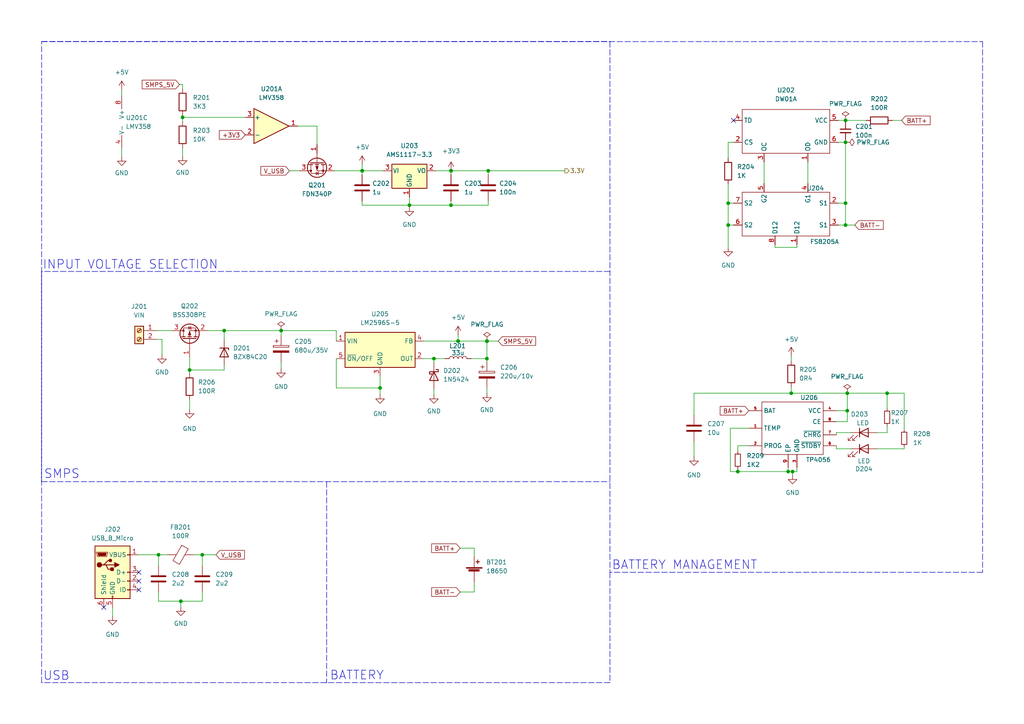
<source format=kicad_sch>
(kicad_sch (version 20211123) (generator eeschema)
  (paper "A4")
  (lib_symbols
    (symbol "Amplifier_Operational:LMV358" (pin_names (offset 0.127))
      (property "Reference" "U" (at 0 5.08 0))
      (property "Value" "LMV358" (at 0 -5.08 0))
      (symbol "LMV358_1_1"
        (polyline (pts (xy -5.08 5.08) (xy 5.08 0) (xy -5.08 -5.08) (xy -5.08 5.08)) (stroke (width 0.254)) (fill (type background)))
        (pin output line (at 7.62 0 180) (length 2.54) (name "~") (number "1"))
        (pin input line (at -7.62 -2.54 0) (length 2.54) (name "-") (number "2"))
        (pin input line (at -7.62 2.54 0) (length 2.54) (name "+") (number "3"))
      )
      (symbol "LMV358_2_1"
        (polyline (pts (xy -5.08 5.08) (xy 5.08 0) (xy -5.08 -5.08) (xy -5.08 5.08)) (stroke (width 0.254)) (fill (type background)))
        (pin input line (at -7.62 2.54 0) (length 2.54) (name "+") (number "5"))
        (pin input line (at -7.62 -2.54 0) (length 2.54) (name "-") (number "6"))
        (pin output line (at 7.62 0 180) (length 2.54) (name "~") (number "7"))
      )
      (symbol "LMV358_3_1"
        (pin power_in line (at -2.54 -7.62 90) (length 3.81) (name "V-") (number "4"))
        (pin power_in line (at -2.54 7.62 270) (length 3.81) (name "V+") (number "8"))
      )
    )
    (symbol "Connector:Screw_Terminal_01x02" (pin_names (offset 1.016) hide)
      (property "Reference" "J" (at 0 2.54 0))
      (property "Value" "Screw_Terminal_01x02" (at 0 -5.08 0))
      (symbol "Screw_Terminal_01x02_1_1"
        (rectangle (start -1.27 1.27) (end 1.27 -3.81) (stroke (width 0.254)) (fill (type background)))
        (circle (center 0 -2.54) (radius 0.635) (stroke (width 0.1524)))
        (polyline (pts (xy -0.5334 -2.2098) (xy 0.3302 -3.048)) (stroke (width 0.1524)))
        (polyline (pts (xy -0.5334 0.3302) (xy 0.3302 -0.508)) (stroke (width 0.1524)))
        (polyline (pts (xy -0.3556 -2.032) (xy 0.508 -2.8702)) (stroke (width 0.1524)))
        (polyline (pts (xy -0.3556 0.508) (xy 0.508 -0.3302)) (stroke (width 0.1524)))
        (circle (center 0 0) (radius 0.635) (stroke (width 0.1524)))
        (pin passive line (at -5.08 0 0) (length 3.81) (name "Pin_1") (number "1"))
        (pin passive line (at -5.08 -2.54 0) (length 3.81) (name "Pin_2") (number "2"))
      )
    )
    (symbol "Connector:USB_B_Micro" (pin_names (offset 1.016))
      (property "Reference" "J" (at -5.08 11.43 0))
      (property "Value" "USB_B_Micro" (at -5.08 8.89 0))
      (symbol "USB_B_Micro_0_1"
        (rectangle (start -5.08 -7.62) (end 5.08 7.62) (stroke (width 0.254)) (fill (type background)))
        (circle (center -3.81 2.159) (radius 0.635) (stroke (width 0.254)) (fill (type outline)))
        (circle (center -0.635 3.429) (radius 0.381) (stroke (width 0.254)) (fill (type outline)))
        (rectangle (start -0.127 -7.62) (end 0.127 -6.858))
        (polyline (pts (xy -1.905 2.159) (xy 0.635 2.159)) (stroke (width 0.254)))
        (polyline (pts (xy -3.175 2.159) (xy -2.54 2.159) (xy -1.27 3.429) (xy -0.635 3.429)) (stroke (width 0.254)))
        (polyline (pts (xy -2.54 2.159) (xy -1.905 2.159) (xy -1.27 0.889) (xy 0 0.889)) (stroke (width 0.254)))
        (polyline (pts (xy 0.635 2.794) (xy 0.635 1.524) (xy 1.905 2.159) (xy 0.635 2.794)) (stroke (width 0.254)) (fill (type outline)))
        (polyline (pts (xy -4.318 5.588) (xy -1.778 5.588) (xy -2.032 4.826) (xy -4.064 4.826) (xy -4.318 5.588)) (fill (type outline)))
        (polyline (pts (xy -4.699 5.842) (xy -4.699 5.588) (xy -4.445 4.826) (xy -4.445 4.572) (xy -1.651 4.572) (xy -1.651 4.826) (xy -1.397 5.588) (xy -1.397 5.842) (xy -4.699 5.842)))
        (rectangle (start 0.254 1.27) (end -0.508 0.508) (stroke (width 0.254)) (fill (type outline)))
        (rectangle (start 5.08 -5.207) (end 4.318 -4.953))
        (rectangle (start 5.08 -2.667) (end 4.318 -2.413))
        (rectangle (start 5.08 -0.127) (end 4.318 0.127))
        (rectangle (start 5.08 4.953) (end 4.318 5.207))
      )
      (symbol "USB_B_Micro_1_1"
        (pin power_out line (at 7.62 5.08 180) (length 2.54) (name "VBUS") (number "1"))
        (pin bidirectional line (at 7.62 -2.54 180) (length 2.54) (name "D-") (number "2"))
        (pin bidirectional line (at 7.62 0 180) (length 2.54) (name "D+") (number "3"))
        (pin passive line (at 7.62 -5.08 180) (length 2.54) (name "ID") (number "4"))
        (pin power_out line (at 0 -10.16 90) (length 2.54) (name "GND") (number "5"))
        (pin passive line (at -2.54 -10.16 90) (length 2.54) (name "Shield") (number "6"))
      )
    )
    (symbol "Device:Battery_Cell" (pin_numbers hide) (pin_names (offset 0) hide)
      (property "Reference" "BT" (at 2.54 2.54 0))
      (property "Value" "Battery_Cell" (at 2.54 0 0))
      (symbol "Battery_Cell_0_1"
        (rectangle (start -2.286 1.778) (end 2.286 1.524) (fill (type outline)))
        (rectangle (start -1.5748 1.1938) (end 1.4732 0.6858) (fill (type outline)))
        (polyline (pts (xy 0 0.762) (xy 0 0)))
        (polyline (pts (xy 0 1.778) (xy 0 2.54)))
        (polyline (pts (xy 0.508 3.429) (xy 1.524 3.429)) (stroke (width 0.254)))
        (polyline (pts (xy 1.016 3.937) (xy 1.016 2.921)) (stroke (width 0.254)))
      )
      (symbol "Battery_Cell_1_1"
        (pin passive line (at 0 5.08 270) (length 2.54) (name "+") (number "1"))
        (pin passive line (at 0 -2.54 90) (length 2.54) (name "-") (number "2"))
      )
    )
    (symbol "Device:C" (pin_numbers hide) (pin_names (offset 0.254))
      (property "Reference" "C" (at 0.635 2.54 0))
      (property "Value" "C" (at 0.635 -2.54 0))
      (symbol "C_0_1"
        (polyline (pts (xy -2.032 -0.762) (xy 2.032 -0.762)) (stroke (width 0.508)))
        (polyline (pts (xy -2.032 0.762) (xy 2.032 0.762)) (stroke (width 0.508)))
      )
      (symbol "C_1_1"
        (pin passive line (at 0 3.81 270) (length 2.794) (name "~") (number "1"))
        (pin passive line (at 0 -3.81 90) (length 2.794) (name "~") (number "2"))
      )
    )
    (symbol "Device:C_Polarized" (pin_numbers hide) (pin_names (offset 0.254))
      (property "Reference" "C" (at 0.635 2.54 0))
      (property "Value" "C_Polarized" (at 0.635 -2.54 0))
      (symbol "C_Polarized_0_1"
        (rectangle (start -2.286 0.508) (end 2.286 1.016))
        (polyline (pts (xy -1.778 2.286) (xy -0.762 2.286)))
        (polyline (pts (xy -1.27 2.794) (xy -1.27 1.778)))
        (rectangle (start 2.286 -0.508) (end -2.286 -1.016) (fill (type outline)))
      )
      (symbol "C_Polarized_1_1"
        (pin passive line (at 0 3.81 270) (length 2.794) (name "~") (number "1"))
        (pin passive line (at 0 -3.81 90) (length 2.794) (name "~") (number "2"))
      )
    )
    (symbol "Device:C_Small" (pin_numbers hide) (pin_names (offset 0.254) hide)
      (property "Reference" "C" (at 0.254 1.778 0))
      (property "Value" "C_Small" (at 0.254 -2.032 0))
      (symbol "C_Small_0_1"
        (polyline (pts (xy -1.524 -0.508) (xy 1.524 -0.508)) (stroke (width 0.3302)))
        (polyline (pts (xy -1.524 0.508) (xy 1.524 0.508)) (stroke (width 0.3048)))
      )
      (symbol "C_Small_1_1"
        (pin passive line (at 0 2.54 270) (length 2.032) (name "~") (number "1"))
        (pin passive line (at 0 -2.54 90) (length 2.032) (name "~") (number "2"))
      )
    )
    (symbol "Device:D_Schottky" (pin_numbers hide) (pin_names (offset 1.016) hide)
      (property "Reference" "D" (at 0 2.54 0))
      (property "Value" "D_Schottky" (at 0 -2.54 0))
      (symbol "D_Schottky_0_1"
        (polyline (pts (xy 1.27 0) (xy -1.27 0)))
        (polyline (pts (xy 1.27 1.27) (xy 1.27 -1.27) (xy -1.27 0) (xy 1.27 1.27)) (stroke (width 0.254)))
        (polyline (pts (xy -1.905 0.635) (xy -1.905 1.27) (xy -1.27 1.27) (xy -1.27 -1.27) (xy -0.635 -1.27) (xy -0.635 -0.635)) (stroke (width 0.254)))
      )
      (symbol "D_Schottky_1_1"
        (pin passive line (at -3.81 0 0) (length 2.54) (name "K") (number "1"))
        (pin passive line (at 3.81 0 180) (length 2.54) (name "A") (number "2"))
      )
    )
    (symbol "Device:FerriteBead" (pin_numbers hide) (pin_names (offset 0))
      (property "Reference" "FB" (at -3.81 0.635 90))
      (property "Value" "FerriteBead" (at 3.81 0 90))
      (symbol "FerriteBead_0_1"
        (polyline (pts (xy 0 -1.27) (xy 0 -1.2192)))
        (polyline (pts (xy 0 1.27) (xy 0 1.2954)))
        (polyline (pts (xy -2.7686 0.4064) (xy -1.7018 2.2606) (xy 2.7686 -0.3048) (xy 1.6764 -2.159) (xy -2.7686 0.4064)))
      )
      (symbol "FerriteBead_1_1"
        (pin passive line (at 0 3.81 270) (length 2.54) (name "~") (number "1"))
        (pin passive line (at 0 -3.81 90) (length 2.54) (name "~") (number "2"))
      )
    )
    (symbol "Device:L" (pin_numbers hide) (pin_names (offset 1.016) hide)
      (property "Reference" "L" (at -1.27 0 90))
      (property "Value" "L" (at 1.905 0 90))
      (symbol "L_0_1"
        (arc (start 0 -2.54) (mid 0.635 -1.905) (end 0 -1.27))
        (arc (start 0 -1.27) (mid 0.635 -0.635) (end 0 0))
        (arc (start 0 0) (mid 0.635 0.635) (end 0 1.27))
        (arc (start 0 1.27) (mid 0.635 1.905) (end 0 2.54))
      )
      (symbol "L_1_1"
        (pin passive line (at 0 3.81 270) (length 1.27) (name "1") (number "1"))
        (pin passive line (at 0 -3.81 90) (length 1.27) (name "2") (number "2"))
      )
    )
    (symbol "Device:LED" (pin_numbers hide) (pin_names (offset 1.016) hide)
      (property "Reference" "D" (at 0 2.54 0))
      (property "Value" "LED" (at 0 -2.54 0))
      (symbol "LED_0_1"
        (polyline (pts (xy -1.27 -1.27) (xy -1.27 1.27)) (stroke (width 0.254)))
        (polyline (pts (xy -1.27 0) (xy 1.27 0)))
        (polyline (pts (xy 1.27 -1.27) (xy 1.27 1.27) (xy -1.27 0) (xy 1.27 -1.27)) (stroke (width 0.254)))
        (polyline (pts (xy -3.048 -0.762) (xy -4.572 -2.286) (xy -3.81 -2.286) (xy -4.572 -2.286) (xy -4.572 -1.524)))
        (polyline (pts (xy -1.778 -0.762) (xy -3.302 -2.286) (xy -2.54 -2.286) (xy -3.302 -2.286) (xy -3.302 -1.524)))
      )
      (symbol "LED_1_1"
        (pin passive line (at -3.81 0 0) (length 2.54) (name "K") (number "1"))
        (pin passive line (at 3.81 0 180) (length 2.54) (name "A") (number "2"))
      )
    )
    (symbol "Device:Q_PMOS_GSD" (pin_names (offset 0) hide)
      (property "Reference" "Q" (at 5.08 1.27 0))
      (property "Value" "Q_PMOS_GSD" (at 5.08 -1.27 0))
      (symbol "Q_PMOS_GSD_0_1"
        (polyline (pts (xy 0.254 0) (xy -2.54 0)))
        (polyline (pts (xy 0.254 1.905) (xy 0.254 -1.905)) (stroke (width 0.254)))
        (polyline (pts (xy 0.762 -1.27) (xy 0.762 -2.286)) (stroke (width 0.254)))
        (polyline (pts (xy 0.762 0.508) (xy 0.762 -0.508)) (stroke (width 0.254)))
        (polyline (pts (xy 0.762 2.286) (xy 0.762 1.27)) (stroke (width 0.254)))
        (polyline (pts (xy 2.54 2.54) (xy 2.54 1.778)))
        (polyline (pts (xy 2.54 -2.54) (xy 2.54 0) (xy 0.762 0)))
        (polyline (pts (xy 0.762 1.778) (xy 3.302 1.778) (xy 3.302 -1.778) (xy 0.762 -1.778)))
        (polyline (pts (xy 2.286 0) (xy 1.27 0.381) (xy 1.27 -0.381) (xy 2.286 0)) (fill (type outline)))
        (polyline (pts (xy 2.794 -0.508) (xy 2.921 -0.381) (xy 3.683 -0.381) (xy 3.81 -0.254)))
        (polyline (pts (xy 3.302 -0.381) (xy 2.921 0.254) (xy 3.683 0.254) (xy 3.302 -0.381)))
        (circle (center 1.651 0) (radius 2.794) (stroke (width 0.254)))
        (circle (center 2.54 -1.778) (radius 0.254) (fill (type outline)))
        (circle (center 2.54 1.778) (radius 0.254) (fill (type outline)))
      )
      (symbol "Q_PMOS_GSD_1_1"
        (pin input line (at -5.08 0 0) (length 2.54) (name "G") (number "1"))
        (pin passive line (at 2.54 -5.08 90) (length 2.54) (name "S") (number "2"))
        (pin passive line (at 2.54 5.08 270) (length 2.54) (name "D") (number "3"))
      )
    )
    (symbol "Device:R" (pin_numbers hide) (pin_names (offset 0))
      (property "Reference" "R" (at 2.032 0 90))
      (property "Value" "R" (at 0 0 90))
      (symbol "R_0_1"
        (rectangle (start -1.016 -2.54) (end 1.016 2.54) (stroke (width 0.254)))
      )
      (symbol "R_1_1"
        (pin passive line (at 0 3.81 270) (length 1.27) (name "~") (number "1"))
        (pin passive line (at 0 -3.81 90) (length 1.27) (name "~") (number "2"))
      )
    )
    (symbol "Device:R_Small" (pin_numbers hide) (pin_names (offset 0.254) hide)
      (property "Reference" "R" (at 0.762 0.508 0))
      (property "Value" "R_Small" (at 0.762 -1.016 0))
      (symbol "R_Small_0_1"
        (rectangle (start -0.762 1.778) (end 0.762 -1.778) (stroke (width 0.2032)))
      )
      (symbol "R_Small_1_1"
        (pin passive line (at 0 2.54 270) (length 0.762) (name "~") (number "1"))
        (pin passive line (at 0 -2.54 90) (length 0.762) (name "~") (number "2"))
      )
    )
    (symbol "Diode:BZX84Cxx" (pin_numbers hide) (pin_names hide)
      (property "Reference" "D" (at 0 3.81 0))
      (property "Value" "BZX84Cxx" (at 0 -3.81 0))
      (symbol "BZX84Cxx_0_1"
        (polyline (pts (xy 1.27 0) (xy -1.27 0)))
        (polyline (pts (xy -1.27 -1.27) (xy -1.27 1.27) (xy -0.762 1.27)) (stroke (width 0.254)))
        (polyline (pts (xy 1.27 -1.27) (xy 1.27 1.27) (xy -1.27 0) (xy 1.27 -1.27)) (stroke (width 0.254)))
      )
      (symbol "BZX84Cxx_1_1"
        (pin passive line (at 3.81 0 180) (length 2.54) (name "A") (number "1"))
        (pin no_connect line (at 1.27 0 180) (length 2.54) hide (name "NC") (number "2"))
        (pin passive line (at -3.81 0 0) (length 2.54) (name "K") (number "3"))
      )
    )
    (symbol "Regulator_Linear:AMS1117-3.3" (pin_names (offset 0.254))
      (property "Reference" "U" (at -3.81 3.175 0))
      (property "Value" "AMS1117-3.3" (at 0 3.175 0))
      (symbol "AMS1117-3.3_0_1"
        (rectangle (start -5.08 -5.08) (end 5.08 1.905) (stroke (width 0.254)) (fill (type background)))
      )
      (symbol "AMS1117-3.3_1_1"
        (pin power_in line (at 0 -7.62 90) (length 2.54) (name "GND") (number "1"))
        (pin power_out line (at 7.62 0 180) (length 2.54) (name "VO") (number "2"))
        (pin power_in line (at -7.62 0 0) (length 2.54) (name "VI") (number "3"))
      )
    )
    (symbol "Regulator_Switching:LM2596S-5"
      (property "Reference" "U" (at -10.16 6.35 0))
      (property "Value" "LM2596S-5" (at 0 6.35 0))
      (symbol "LM2596S-5_0_1"
        (rectangle (start -10.16 5.08) (end 10.16 -5.08) (stroke (width 0.254)) (fill (type background)))
      )
      (symbol "LM2596S-5_1_1"
        (pin power_in line (at -12.7 2.54 0) (length 2.54) (name "VIN") (number "1"))
        (pin output line (at 12.7 -2.54 180) (length 2.54) (name "OUT") (number "2"))
        (pin power_in line (at 0 -7.62 90) (length 2.54) (name "GND") (number "3"))
        (pin input line (at 12.7 2.54 180) (length 2.54) (name "FB") (number "4"))
        (pin input line (at -12.7 -2.54 0) (length 2.54) (name "~{ON}/OFF") (number "5"))
      )
    )
    (symbol "TP4056:DW01A"
      (property "Reference" "U" (at 10.16 7.62 0))
      (property "Value" "DW01A" (at 12.7 -7.62 0))
      (symbol "DW01A_0_1"
        (rectangle (start -12.7 6.35) (end 12.7 -6.35))
      )
      (symbol "DW01A_1_1"
        (pin output line (at -6.35 -8.89 90) (length 2.54) (name "OD") (number "1"))
        (pin input line (at 15.24 -3.175 180) (length 2.54) (name "CS") (number "2"))
        (pin output line (at 6.35 -8.89 90) (length 2.54) (name "OC") (number "3"))
        (pin input line (at 15.24 3.175 180) (length 2.54) (name "TD") (number "4"))
        (pin power_in line (at -15.24 3.175 0) (length 2.54) (name "VCC") (number "5"))
        (pin power_in line (at -15.24 -3.175 0) (length 2.54) (name "GND") (number "6"))
      )
    )
    (symbol "TP4056:FS8205A"
      (property "Reference" "U" (at 10.16 7.62 0))
      (property "Value" "FS8205A" (at 11.43 -7.62 0))
      (symbol "FS8205A_0_1"
        (rectangle (start -12.7 6.35) (end 12.7 -6.35))
      )
      (symbol "FS8205A_1_1"
        (pin bidirectional line (at -3.175 -8.89 90) (length 2.54) (name "D12") (number "1"))
        (pin input line (at -15.24 3.175 0) (length 2.54) (name "S1") (number "2"))
        (pin input line (at -15.24 -3.175 0) (length 2.54) (name "S1") (number "3"))
        (pin input line (at -6.35 8.89 270) (length 2.54) (name "G1") (number "4"))
        (pin input line (at 6.35 8.89 270) (length 2.54) (name "G2") (number "5"))
        (pin input line (at 15.24 -3.175 180) (length 2.54) (name "S2") (number "6"))
        (pin input line (at 15.24 3.175 180) (length 2.54) (name "S2") (number "7"))
        (pin bidirectional line (at 3.175 -8.89 90) (length 2.54) (name "D12") (number "8"))
      )
    )
    (symbol "TP4056:TP4056"
      (property "Reference" "U" (at 5.715 8.89 0))
      (property "Value" "TP4056" (at 5.08 -8.89 0))
      (symbol "TP4056_0_1"
        (rectangle (start -8.89 7.62) (end 8.89 -7.62))
      )
      (symbol "TP4056_1_1"
        (pin passive line (at 12.7 0 180) (length 3.81) (name "TEMP") (number "1"))
        (pin passive line (at 12.7 -5.08 180) (length 3.81) (name "PROG") (number "2"))
        (pin power_in line (at -1.27 -11.43 90) (length 3.81) (name "GND") (number "3"))
        (pin power_in line (at -12.7 5.08 0) (length 3.81) (name "VCC") (number "4"))
        (pin power_out line (at 12.7 5.08 180) (length 3.81) (name "BAT") (number "5"))
        (pin open_collector line (at -12.7 -5.08 0) (length 3.81) (name "~{STDBY}") (number "6"))
        (pin open_collector line (at -12.7 -1.905 0) (length 3.81) (name "~{CHRG}") (number "7"))
        (pin input line (at -12.7 1.905 0) (length 3.81) (name "CE") (number "8"))
        (pin power_in line (at 1.27 -11.43 90) (length 3.81) (name "EP") (number "9"))
      )
    )
    (symbol "Transistor_FET:FDN340P" (pin_names hide)
      (property "Reference" "Q" (at 5.08 1.905 0))
      (property "Value" "FDN340P" (at 5.08 0 0))
      (symbol "FDN340P_0_1"
        (polyline (pts (xy 0.254 0) (xy -2.54 0)))
        (polyline (pts (xy 0.254 1.905) (xy 0.254 -1.905)) (stroke (width 0.254)))
        (polyline (pts (xy 0.762 -1.27) (xy 0.762 -2.286)) (stroke (width 0.254)))
        (polyline (pts (xy 0.762 0.508) (xy 0.762 -0.508)) (stroke (width 0.254)))
        (polyline (pts (xy 0.762 2.286) (xy 0.762 1.27)) (stroke (width 0.254)))
        (polyline (pts (xy 2.54 2.54) (xy 2.54 1.778)))
        (polyline (pts (xy 2.54 -2.54) (xy 2.54 0) (xy 0.762 0)))
        (polyline (pts (xy 0.762 1.778) (xy 3.302 1.778) (xy 3.302 -1.778) (xy 0.762 -1.778)))
        (polyline (pts (xy 2.286 0) (xy 1.27 0.381) (xy 1.27 -0.381) (xy 2.286 0)) (fill (type outline)))
        (polyline (pts (xy 2.794 -0.508) (xy 2.921 -0.381) (xy 3.683 -0.381) (xy 3.81 -0.254)))
        (polyline (pts (xy 3.302 -0.381) (xy 2.921 0.254) (xy 3.683 0.254) (xy 3.302 -0.381)))
        (circle (center 1.651 0) (radius 2.794) (stroke (width 0.254)))
        (circle (center 2.54 -1.778) (radius 0.254) (fill (type outline)))
        (circle (center 2.54 1.778) (radius 0.254) (fill (type outline)))
      )
      (symbol "FDN340P_1_1"
        (pin input line (at -5.08 0 0) (length 2.54) (name "G") (number "1"))
        (pin passive line (at 2.54 -5.08 90) (length 2.54) (name "S") (number "2"))
        (pin passive line (at 2.54 5.08 270) (length 2.54) (name "D") (number "3"))
      )
    )
    (symbol "power:+3V3" (power) (pin_names (offset 0))
      (property "Value" "+3V3" (at 0 3.556 0))
      (symbol "+3V3_0_1"
        (polyline (pts (xy -0.762 1.27) (xy 0 2.54)))
        (polyline (pts (xy 0 0) (xy 0 2.54)))
        (polyline (pts (xy 0 2.54) (xy 0.762 1.27)))
      )
      (symbol "+3V3_1_1"
        (pin power_in line (at 0 0 90) (length 0) hide (name "+3V3") (number "1"))
      )
    )
    (symbol "power:+5V" (power) (pin_names (offset 0))
      (property "Value" "+5V" (at 0 3.556 0))
      (symbol "+5V_0_1"
        (polyline (pts (xy -0.762 1.27) (xy 0 2.54)))
        (polyline (pts (xy 0 0) (xy 0 2.54)))
        (polyline (pts (xy 0 2.54) (xy 0.762 1.27)))
      )
      (symbol "+5V_1_1"
        (pin power_in line (at 0 0 90) (length 0) hide (name "+5V") (number "1"))
      )
    )
    (symbol "power:GND" (power) (pin_names (offset 0))
      (property "Value" "GND" (at 0 -3.81 0))
      (symbol "GND_0_1"
        (polyline (pts (xy 0 0) (xy 0 -1.27) (xy 1.27 -1.27) (xy 0 -2.54) (xy -1.27 -1.27) (xy 0 -1.27)))
      )
      (symbol "GND_1_1"
        (pin power_in line (at 0 0 270) (length 0) hide (name "GND") (number "1"))
      )
    )
    (symbol "power:PWR_FLAG" (power) (pin_numbers hide) (pin_names (offset 0) hide)
      (property "Value" "PWR_FLAG" (at 0 3.81 0))
      (symbol "PWR_FLAG_0_0"
        (pin power_out line (at 0 0 90) (length 0) (name "pwr") (number "1"))
      )
      (symbol "PWR_FLAG_0_1"
        (polyline (pts (xy 0 0) (xy 0 1.27) (xy -1.016 1.905) (xy 0 2.54) (xy 1.016 1.905) (xy 0 1.27)))
      )
    )
  )
  (junction (at 141.605 49.53))
  (junction (at 54.991 107.315))
  (junction (at 110.236 112.522))
  (junction (at 245.237 34.925))
  (junction (at 125.857 104.013))
  (junction (at 52.959 34.036))
  (junction (at 105.029 49.53))
  (junction (at 141.224 98.933))
  (junction (at 245.237 65.278))
  (junction (at 257.302 114.046))
  (junction (at 45.974 160.909))
  (junction (at 229.489 114.046))
  (junction (at 245.237 58.928))
  (junction (at 130.81 59.5136))
  (junction (at 229.87 136.779))
  (junction (at 245.745 114.046))
  (junction (at 132.8557 98.933))
  (junction (at 132.8703 98.933))
  (junction (at 81.534 95.885))
  (junction (at 211.201 65.278))
  (junction (at 213.995 136.779))
  (junction (at 211.201 58.928))
  (junction (at 245.237 41.275))
  (junction (at 118.745 59.5136))
  (junction (at 65.024 95.885))
  (junction (at 130.8295 49.53))
  (junction (at 58.674 160.909))
  (junction (at 228.6 136.779))
  (junction (at 130.81 49.53))
  (junction (at 52.451 174.371))
  (junction (at 141.2514 98.933))
  (junction (at 105.0436 49.53))
  (junction (at 245.745 119.126))
  (junction (at 141.224 104.013))
  (no_connect (at 212.725 34.925))
  (no_connect (at 40.259 171.069))
  (no_connect (at 30.099 176.149))
  (no_connect (at 40.259 168.529))
  (no_connect (at 40.259 165.989))
  (wire (pts (xy 211.201 41.275) (xy 211.201 45.847)))
  (wire (pts (xy 118.745 59.5136) (xy 118.745 60.071)))
  (wire (pts (xy 125.857 112.903) (xy 125.857 114.427)))
  (wire (pts (xy 242.57 125.476) (xy 246.761 125.476)))
  (wire (pts (xy 45.974 174.371) (xy 45.974 171.704)))
  (wire (pts (xy 262.255 114.046) (xy 257.302 114.046)))
  (wire (pts (xy 231.14 71.755) (xy 231.14 70.993)))
  (wire (pts (xy 141.224 98.933) (xy 141.224 104.013)))
  (wire (pts (xy 58.674 160.909) (xy 62.611 160.909)))
  (wire (pts (xy 245.237 40.513) (xy 245.237 41.275)))
  (wire (pts (xy 91.948 36.576) (xy 91.948 41.91)))
  (wire (pts (xy 58.674 171.704) (xy 58.674 174.371)))
  (wire (pts (xy 245.745 114.046) (xy 257.302 114.046)))
  (wire (pts (xy 56.134 160.909) (xy 58.674 160.909)))
  (wire (pts (xy 231.14 136.779) (xy 229.87 136.779)))
  (wire (pts (xy 201.295 120.396) (xy 201.295 114.046)))
  (wire (pts (xy 137.541 159.004) (xy 137.541 161.29)))
  (wire (pts (xy 58.674 174.371) (xy 52.451 174.371)))
  (wire (pts (xy 234.315 46.99) (xy 234.315 53.213)))
  (wire (pts (xy 52.959 24.511) (xy 52.959 25.781)))
  (wire (pts (xy 60.071 95.885) (xy 65.024 95.885)))
  (polyline (pts (xy 94.742 139.7) (xy 94.742 197.993)))
  (polyline (pts (xy 176.911 78.74) (xy 12.065 78.74)))
  (wire (pts (xy 141.224 112.522) (xy 141.224 114.046)))
  (polyline (pts (xy 94.742 197.993) (xy 94.488 197.993)))
  (wire (pts (xy 48.514 160.909) (xy 45.974 160.909)))
  (wire (pts (xy 231.14 135.636) (xy 231.14 136.779)))
  (wire (pts (xy 254.381 130.175) (xy 262.255 130.175)))
  (wire (pts (xy 97.536 112.522) (xy 110.236 112.522)))
  (polyline (pts (xy 176.911 165.989) (xy 176.911 197.993)))
  (wire (pts (xy 257.302 114.046) (xy 257.302 118.491)))
  (polyline (pts (xy 284.988 12.065) (xy 284.988 165.989)))
  (wire (pts (xy 211.201 53.467) (xy 211.201 58.928)))
  (wire (pts (xy 125.857 105.283) (xy 125.857 104.013)))
  (polyline (pts (xy 12.065 12.065) (xy 284.988 12.065)))
  (wire (pts (xy 52.959 42.926) (xy 52.959 45.339)))
  (wire (pts (xy 141.605 49.53) (xy 163.83 49.53)))
  (wire (pts (xy 65.024 107.315) (xy 54.991 107.315)))
  (wire (pts (xy 58.674 160.909) (xy 58.674 164.084)))
  (wire (pts (xy 130.81 58.293) (xy 130.81 59.5136)))
  (wire (pts (xy 141.2514 98.933) (xy 144.526 98.933)))
  (wire (pts (xy 141.224 104.902) (xy 141.224 104.013)))
  (wire (pts (xy 212.725 65.278) (xy 211.201 65.278)))
  (wire (pts (xy 65.024 95.885) (xy 65.024 98.425)))
  (wire (pts (xy 130.81 49.53) (xy 130.8295 49.53)))
  (wire (pts (xy 45.974 160.909) (xy 45.974 164.084)))
  (wire (pts (xy 32.639 176.149) (xy 32.639 178.689)))
  (wire (pts (xy 54.991 107.315) (xy 54.991 108.331)))
  (wire (pts (xy 133.477 159.004) (xy 137.541 159.004)))
  (wire (pts (xy 126.365 49.53) (xy 130.81 49.53)))
  (wire (pts (xy 105.0436 47.752) (xy 105.0436 49.53)))
  (wire (pts (xy 81.534 95.885) (xy 81.534 97.409)))
  (wire (pts (xy 130.81 59.5136) (xy 118.745 59.5136)))
  (wire (pts (xy 105.0436 49.53) (xy 111.125 49.53)))
  (wire (pts (xy 254.381 125.476) (xy 257.302 125.476)))
  (wire (pts (xy 229.489 112.268) (xy 229.489 114.046)))
  (wire (pts (xy 201.295 114.046) (xy 229.489 114.046)))
  (wire (pts (xy 229.489 114.046) (xy 245.745 114.046)))
  (polyline (pts (xy 176.911 197.993) (xy 12.065 197.993)))
  (wire (pts (xy 141.605 49.53) (xy 141.605 50.673)))
  (wire (pts (xy 245.237 34.925) (xy 245.237 35.433)))
  (wire (pts (xy 213.995 136.779) (xy 228.6 136.779)))
  (wire (pts (xy 65.024 107.315) (xy 65.024 106.045)))
  (wire (pts (xy 35.306 26.035) (xy 35.306 27.813)))
  (wire (pts (xy 201.295 128.016) (xy 201.295 132.461)))
  (wire (pts (xy 245.237 65.278) (xy 247.904 65.278)))
  (wire (pts (xy 110.236 112.522) (xy 110.236 114.427)))
  (polyline (pts (xy 284.988 165.989) (xy 176.911 165.989)))
  (wire (pts (xy 125.857 104.013) (xy 129.032 104.013)))
  (wire (pts (xy 243.205 58.928) (xy 245.237 58.928)))
  (wire (pts (xy 83.947 49.53) (xy 86.868 49.53)))
  (wire (pts (xy 245.237 65.278) (xy 243.205 65.278)))
  (wire (pts (xy 71.12 34.036) (xy 52.959 34.036)))
  (wire (pts (xy 81.534 106.934) (xy 81.534 105.029)))
  (wire (pts (xy 46.99 102.87) (xy 46.99 98.425)))
  (wire (pts (xy 97.536 104.013) (xy 97.536 112.522)))
  (wire (pts (xy 105.029 49.53) (xy 105.029 50.673)))
  (wire (pts (xy 141.224 104.013) (xy 136.652 104.013)))
  (wire (pts (xy 212.725 41.275) (xy 211.201 41.275)))
  (wire (pts (xy 65.024 95.885) (xy 81.534 95.885)))
  (wire (pts (xy 229.489 103.251) (xy 229.489 104.648)))
  (wire (pts (xy 122.936 98.933) (xy 132.8557 98.933)))
  (wire (pts (xy 52.07 24.511) (xy 52.959 24.511)))
  (wire (pts (xy 245.745 122.301) (xy 245.745 119.126)))
  (wire (pts (xy 245.745 114.046) (xy 245.745 119.126)))
  (wire (pts (xy 141.605 58.293) (xy 141.605 59.5136)))
  (wire (pts (xy 213.995 136.017) (xy 213.995 136.779)))
  (wire (pts (xy 45.466 95.885) (xy 49.911 95.885)))
  (wire (pts (xy 105.029 59.5136) (xy 118.745 59.5136)))
  (wire (pts (xy 217.17 129.286) (xy 213.995 129.286)))
  (wire (pts (xy 211.201 65.278) (xy 211.201 71.755)))
  (wire (pts (xy 141.605 59.5136) (xy 130.81 59.5136)))
  (wire (pts (xy 224.79 71.755) (xy 231.14 71.755)))
  (wire (pts (xy 52.959 33.401) (xy 52.959 34.036)))
  (wire (pts (xy 242.57 129.286) (xy 242.57 130.175)))
  (wire (pts (xy 133.477 171.704) (xy 137.541 171.704)))
  (wire (pts (xy 105.029 58.293) (xy 105.029 59.5136)))
  (wire (pts (xy 132.8557 98.933) (xy 132.8703 98.933)))
  (wire (pts (xy 132.8703 97.155) (xy 132.8703 98.933)))
  (wire (pts (xy 105.029 49.53) (xy 105.0436 49.53)))
  (wire (pts (xy 245.745 119.126) (xy 242.57 119.126)))
  (wire (pts (xy 118.745 57.15) (xy 118.745 59.5136)))
  (wire (pts (xy 257.302 125.476) (xy 257.302 123.571)))
  (wire (pts (xy 228.6 136.779) (xy 229.87 136.779)))
  (wire (pts (xy 97.028 49.53) (xy 105.029 49.53)))
  (wire (pts (xy 211.836 136.779) (xy 213.995 136.779)))
  (wire (pts (xy 243.205 41.275) (xy 245.237 41.275)))
  (wire (pts (xy 110.236 109.093) (xy 110.236 112.522)))
  (wire (pts (xy 242.57 126.111) (xy 242.57 125.476)))
  (wire (pts (xy 245.237 58.928) (xy 245.237 65.278)))
  (wire (pts (xy 245.237 34.925) (xy 251.206 34.925)))
  (wire (pts (xy 211.201 58.928) (xy 212.725 58.928)))
  (wire (pts (xy 258.826 34.925) (xy 261.493 34.925)))
  (wire (pts (xy 211.201 65.278) (xy 211.201 58.928)))
  (wire (pts (xy 217.17 124.206) (xy 211.836 124.206)))
  (wire (pts (xy 221.615 46.99) (xy 221.615 53.213)))
  (wire (pts (xy 245.237 41.275) (xy 245.237 58.928)))
  (wire (pts (xy 46.99 98.425) (xy 45.466 98.425)))
  (wire (pts (xy 242.57 122.301) (xy 245.745 122.301)))
  (wire (pts (xy 86.36 36.576) (xy 91.948 36.576)))
  (wire (pts (xy 52.451 176.022) (xy 52.451 174.371)))
  (wire (pts (xy 54.991 115.951) (xy 54.991 118.745)))
  (wire (pts (xy 132.8703 98.933) (xy 141.224 98.933)))
  (wire (pts (xy 262.255 130.175) (xy 262.255 129.667)))
  (wire (pts (xy 54.991 103.505) (xy 54.991 107.315)))
  (wire (pts (xy 137.541 171.704) (xy 137.541 168.91)))
  (wire (pts (xy 97.536 98.933) (xy 97.536 95.885)))
  (wire (pts (xy 130.81 49.53) (xy 130.81 50.673)))
  (wire (pts (xy 40.259 160.909) (xy 45.974 160.909)))
  (wire (pts (xy 97.536 95.885) (xy 81.534 95.885)))
  (wire (pts (xy 228.6 135.636) (xy 228.6 136.779)))
  (wire (pts (xy 224.79 70.993) (xy 224.79 71.755)))
  (wire (pts (xy 213.995 129.286) (xy 213.995 130.937)))
  (polyline (pts (xy 12.065 12.065) (xy 176.911 12.065)))
  (polyline (pts (xy 12.065 78.74) (xy 12.065 139.7)))
  (polyline (pts (xy 12.065 197.993) (xy 12.065 12.065)))
  (wire (pts (xy 243.205 34.925) (xy 245.237 34.925)))
  (polyline (pts (xy 176.911 12.065) (xy 176.911 165.989)))
  (wire (pts (xy 35.306 43.053) (xy 35.306 45.466)))
  (polyline (pts (xy 12.065 139.7) (xy 176.911 139.7)))
  (wire (pts (xy 141.224 98.933) (xy 141.2514 98.933)))
  (wire (pts (xy 211.836 124.206) (xy 211.836 136.779)))
  (wire (pts (xy 262.255 124.587) (xy 262.255 114.046)))
  (wire (pts (xy 125.857 104.013) (xy 122.936 104.013)))
  (wire (pts (xy 229.87 136.779) (xy 229.87 137.795)))
  (wire (pts (xy 52.959 34.036) (xy 52.959 35.306)))
  (wire (pts (xy 130.8295 49.53) (xy 141.605 49.53)))
  (wire (pts (xy 242.57 130.175) (xy 246.761 130.175)))
  (wire (pts (xy 52.451 174.371) (xy 45.974 174.371)))
  (text "INPUT VOLTAGE SELECTION" (at 12.319 78.359 0) (effects (font (size 2.54 2.54)) (justify left bottom)))
  (text "BATTERY MANAGEMENT\n" (at 177.419 165.481 0) (effects (font (size 2.54 2.54)) (justify left bottom)))
  (text "USB" (at 12.446 197.612 0) (effects (font (size 2.54 2.54)) (justify left bottom)))
  (text "SMPS" (at 12.7 139.065 0) (effects (font (size 2.54 2.54)) (justify left bottom)))
  (text "BATTERY" (at 95.631 197.485 0) (effects (font (size 2.54 2.54)) (justify left bottom)))
  (global_label "SMPS_5V" (shape input) (at 52.07 24.511 180) (property "Intersheet References" "${INTERSHEET_REFS}" (effects hide)))
  (global_label "BATT+" (shape input) (at 217.17 119.126 180) (property "Intersheet References" "${INTERSHEET_REFS}" (effects hide)))
  (global_label "BATT+" (shape input) (at 133.477 159.004 180) (property "Intersheet References" "${INTERSHEET_REFS}" (effects hide)))
  (global_label "BATT+" (shape input) (at 261.493 34.925 0) (property "Intersheet References" "${INTERSHEET_REFS}" (effects hide)))
  (global_label "SMPS_5V" (shape input) (at 144.526 98.933 0) (property "Intersheet References" "${INTERSHEET_REFS}" (effects hide)))
  (global_label "V_USB" (shape input) (at 62.611 160.909 0) (property "Intersheet References" "${INTERSHEET_REFS}" (effects hide)))
  (global_label "BATT-" (shape input) (at 133.477 171.704 180) (property "Intersheet References" "${INTERSHEET_REFS}" (effects hide)))
  (global_label "+3V3" (shape input) (at 71.12 39.116 180) (property "Intersheet References" "${INTERSHEET_REFS}" (effects hide)))
  (global_label "BATT-" (shape input) (at 247.904 65.278 0) (property "Intersheet References" "${INTERSHEET_REFS}" (effects hide)))
  (global_label "V_USB" (shape input) (at 83.947 49.53 180) (property "Intersheet References" "${INTERSHEET_REFS}" (effects hide)))
  (hierarchical_label "3.3V" (shape output) (at 163.83 49.53 0))
  (symbol (lib_id "power:GND") (at 229.87 137.795 0) (unit 1)
    (property "Reference" "#PWR0217" (effects hide))
    (property "Value" "GND" (at 229.87 142.875 0))
  )
  (symbol (lib_id "Device:C") (at 201.295 124.206 0) (unit 1)
    (property "Reference" "C207" (at 205.105 122.9359 0) (effects (justify left)))
    (property "Value" "10u" (at 205.105 125.4759 0) (effects (justify left)))
    (property "Footprint" "Capacitor_SMD:C_0603_1608Metric" (effects hide))
  )
  (symbol (lib_id "power:GND") (at 118.745 60.071 0) (unit 1)
    (property "Reference" "#PWR0206" (effects hide))
    (property "Value" "GND" (at 118.745 65.151 0))
  )
  (symbol (lib_id "Device:R") (at 54.991 112.141 0) (unit 1)
    (property "Reference" "R206" (at 57.404 110.8709 0) (effects (justify left)))
    (property "Value" "100R" (at 57.404 113.4109 0) (effects (justify left)))
    (property "Footprint" "Resistor_SMD:R_0603_1608Metric" (effects hide))
  )
  (symbol (lib_id "Device:LED") (at 250.571 125.476 0) (unit 1)
    (property "Reference" "D203" (at 251.841 120.142 0) (effects (justify right)))
    (property "Value" "LED" (at 252.095 122.682 0) (effects (justify right)))
    (property "Footprint" "LED_SMD:LED_0603_1608Metric" (effects hide))
  )
  (symbol (lib_id "power:GND") (at 81.534 106.934 0) (unit 1)
    (property "Reference" "#PWR0211" (effects hide))
    (property "Value" "GND" (at 81.534 112.141 0))
  )
  (symbol (lib_id "Device:C") (at 45.974 167.894 0) (unit 1)
    (property "Reference" "C208" (at 49.784 166.6239 0) (effects (justify left)))
    (property "Value" "2u2" (at 49.784 169.1639 0) (effects (justify left)))
    (property "Footprint" "Capacitor_SMD:C_0603_1608Metric" (effects hide))
  )
  (symbol (lib_id "Amplifier_Operational:LMV358") (at 78.74 36.576 0) (unit 1)
    (property "Reference" "U201" (at 78.74 25.781 0))
    (property "Value" "LMV358" (at 78.74 28.321 0))
    (property "Footprint" "Package_TO_SOT_SMD:SOT-23" (effects hide))
    (property "Datasheet" "http://www.ti.com/lit/ds/symlink/lmv324.pdf" (effects hide))
  )
  (symbol (lib_id "Amplifier_Operational:LMV358") (at 37.846 35.433 0) (unit 3)
    (property "Reference" "U201" (at 36.449 34.1629 0) (effects (justify left)))
    (property "Value" "LMV358" (at 36.449 36.7029 0) (effects (justify left)))
    (property "Footprint" "Package_TO_SOT_SMD:SOT-23" (effects hide))
    (property "Datasheet" "http://www.ti.com/lit/ds/symlink/lmv324.pdf" (effects hide))
  )
  (symbol (lib_id "Device:D_Schottky") (at 125.857 109.093 270) (unit 1)
    (property "Reference" "D202" (at 128.524 107.5054 90) (effects (justify left)))
    (property "Value" "1N5424" (at 128.524 110.0454 90) (effects (justify left)))
    (property "Footprint" "Diode_SMD:D_0603_1608Metric" (effects hide))
  )
  (symbol (lib_id "Device:C") (at 141.605 54.483 0) (unit 1)
    (property "Reference" "C204" (at 144.78 53.2129 0) (effects (justify left)))
    (property "Value" "100n" (at 144.78 55.7529 0) (effects (justify left)))
    (property "Footprint" "Capacitor_SMD:C_0402_1005Metric" (effects hide))
  )
  (symbol (lib_id "power:GND") (at 54.991 118.745 0) (unit 1)
    (property "Reference" "#PWR0215" (effects hide))
    (property "Value" "GND" (at 54.991 124.333 0))
  )
  (symbol (lib_id "Device:FerriteBead") (at 52.324 160.909 270) (unit 1)
    (property "Reference" "FB201" (at 52.3748 152.908 90))
    (property "Value" "100R" (at 52.3748 155.448 90))
    (property "Footprint" "LED_SMD:LED_0603_1608Metric" (effects hide))
  )
  (symbol (lib_id "Device:C") (at 105.029 54.483 0) (unit 1)
    (property "Reference" "C202" (at 107.95 53.2129 0) (effects (justify left)))
    (property "Value" "1u" (at 107.95 55.7529 0) (effects (justify left)))
    (property "Footprint" "Capacitor_SMD:C_0603_1608Metric" (effects hide))
  )
  (symbol (lib_id "power:+5V") (at 35.306 26.035 0) (unit 1)
    (property "Reference" "#PWR0201" (effects hide))
    (property "Value" "+5V" (at 35.306 20.955 0))
  )
  (symbol (lib_id "power:GND") (at 32.639 178.689 0) (unit 1)
    (property "Reference" "#PWR0219" (effects hide))
    (property "Value" "GND" (at 32.639 184.023 0))
  )
  (symbol (lib_id "Device:L") (at 132.842 104.013 90) (unit 1)
    (property "Reference" "L201" (at 132.715 100.33 90))
    (property "Value" "33u" (at 132.842 102.362 90))
    (property "Footprint" "Inductor_SMD:L_0603_1608Metric" (effects hide))
  )
  (symbol (lib_id "Device:C_Small") (at 245.237 37.973 0) (unit 1)
    (property "Reference" "C201" (at 248.031 36.7092 0) (effects (justify left)))
    (property "Value" "100n" (at 248.031 39.2492 0) (effects (justify left)))
    (property "Footprint" "Capacitor_SMD:C_0402_1005Metric" (effects hide))
  )
  (symbol (lib_id "Device:R") (at 52.959 29.591 0) (unit 1)
    (property "Reference" "R201" (at 55.88 28.3209 0) (effects (justify left)))
    (property "Value" "3K3" (at 55.88 30.8609 0) (effects (justify left)))
    (property "Footprint" "Resistor_SMD:R_0603_1608Metric" (effects hide))
  )
  (symbol (lib_id "Device:Battery_Cell") (at 137.541 166.37 0) (unit 1)
    (property "Reference" "BT201" (at 140.97 163.0679 0) (effects (justify left)))
    (property "Value" "18650" (at 140.97 165.6079 0) (effects (justify left)))
    (property "Footprint" "Battery:BatteryHolder_MPD_BH-18650-PC2" (effects hide))
  )
  (symbol (lib_id "power:GND") (at 110.236 114.427 0) (unit 1)
    (property "Reference" "#PWR0213" (effects hide))
    (property "Value" "GND" (at 110.236 120.015 0))
  )
  (symbol (lib_id "power:PWR_FLAG") (at 245.745 114.046 0) (unit 1)
    (property "Reference" "#FLG0205" (effects hide))
    (property "Value" "PWR_FLAG" (at 245.745 109.22 0))
  )
  (symbol (lib_id "power:PWR_FLAG") (at 245.237 41.275 270) (unit 1)
    (property "Reference" "#FLG0202" (effects hide))
    (property "Value" "PWR_FLAG" (at 248.412 41.2749 90) (effects (justify left)))
  )
  (symbol (lib_id "Device:C_Polarized") (at 141.224 108.712 0) (unit 1)
    (property "Reference" "C206" (at 145.034 106.5529 0) (effects (justify left)))
    (property "Value" "220u/10v" (at 145.034 109.0929 0) (effects (justify left)))
    (property "Footprint" "Capacitor_SMD:C_0603_1608Metric" (effects hide))
  )
  (symbol (lib_id "power:GND") (at 201.295 132.461 0) (unit 1)
    (property "Reference" "#PWR0216" (effects hide))
    (property "Value" "GND" (at 201.295 137.795 0))
  )
  (symbol (lib_id "Diode:BZX84Cxx") (at 65.024 102.235 270) (unit 1)
    (property "Reference" "D201" (at 67.564 100.9649 90) (effects (justify left)))
    (property "Value" "BZX84C20" (at 67.564 103.5049 90) (effects (justify left)))
    (property "Footprint" "Package_TO_SOT_SMD:SOT-23" (effects hide))
    (property "Datasheet" "https://diotec.com/tl_files/diotec/files/pdf/datasheets/bzx84c2v4.pdf" (effects hide))
  )
  (symbol (lib_id "Device:C") (at 58.674 167.894 0) (unit 1)
    (property "Reference" "C209" (at 62.484 166.6239 0) (effects (justify left)))
    (property "Value" "2u2" (at 62.484 169.1639 0) (effects (justify left)))
    (property "Footprint" "Capacitor_SMD:C_0603_1608Metric" (effects hide))
  )
  (symbol (lib_id "TP4056:FS8205A") (at 227.965 62.103 0) (mirror y) (unit 1)
    (property "Reference" "U204" (at 236.474 54.61 0))
    (property "Value" "FS8205A" (at 239.141 70.104 0))
    (property "Footprint" "Package_SO:TSSOP-8_3x3mm_P0.65mm" (effects hide))
  )
  (symbol (lib_id "power:+5V") (at 132.8703 97.155 0) (unit 1)
    (property "Reference" "#PWR0208" (effects hide))
    (property "Value" "+5V" (at 132.8703 92.075 0))
  )
  (symbol (lib_id "power:GND") (at 125.857 114.427 0) (unit 1)
    (property "Reference" "#PWR0214" (effects hide))
    (property "Value" "GND" (at 125.857 119.253 0))
  )
  (symbol (lib_id "Connector:USB_B_Micro") (at 32.639 165.989 0) (unit 1)
    (property "Reference" "J202" (at 32.639 153.543 0))
    (property "Value" "USB_B_Micro" (at 32.639 156.083 0))
    (property "Footprint" "Connector_USB:USB_Micro-B_Molex_47346-0001" (effects hide))
  )
  (symbol (lib_id "power:PWR_FLAG") (at 141.2514 98.933 0) (unit 1)
    (property "Reference" "#FLG0204" (effects hide))
    (property "Value" "PWR_FLAG" (at 141.2514 94.107 0))
  )
  (symbol (lib_id "power:GND") (at 46.99 102.87 0) (unit 1)
    (property "Reference" "#PWR0209" (effects hide))
    (property "Value" "GND" (at 46.99 107.95 0))
  )
  (symbol (lib_id "Device:R") (at 52.959 39.116 0) (unit 1)
    (property "Reference" "R203" (at 55.88 37.8459 0) (effects (justify left)))
    (property "Value" "10K" (at 55.88 40.3859 0) (effects (justify left)))
    (property "Footprint" "Resistor_SMD:R_0603_1608Metric" (effects hide))
  )
  (symbol (lib_id "Device:C_Polarized") (at 81.534 101.219 0) (unit 1)
    (property "Reference" "C205" (at 85.344 99.0599 0) (effects (justify left)))
    (property "Value" "680u/35V" (at 85.344 101.5999 0) (effects (justify left)))
    (property "Footprint" "Capacitor_SMD:C_0603_1608Metric" (effects hide))
  )
  (symbol (lib_id "TP4056:TP4056") (at 229.87 124.206 0) (mirror y) (unit 1)
    (property "Reference" "U206" (at 234.696 115.316 0))
    (property "Value" "TP4056" (at 237.363 133.35 0))
    (property "Footprint" "Package_SO:SOP-8_6.62x9.15mm_P2.54mm" (effects hide))
  )
  (symbol (lib_id "power:+3V3") (at 130.8295 49.53 0) (unit 1)
    (property "Reference" "#PWR0205" (effects hide))
    (property "Value" "+3V3" (at 130.8295 43.815 0))
  )
  (symbol (lib_id "Device:R_Small") (at 262.255 127.127 0) (unit 1)
    (property "Reference" "R208" (at 264.795 125.8569 0) (effects (justify left)))
    (property "Value" "1K" (at 264.795 128.3969 0) (effects (justify left)))
    (property "Footprint" "Resistor_SMD:R_0603_1608Metric" (effects hide))
  )
  (symbol (lib_id "Device:R_Small") (at 257.302 121.031 0) (unit 1)
    (property "Reference" "R207" (at 258.318 119.761 0) (effects (justify left)))
    (property "Value" "1K" (at 258.318 122.301 0) (effects (justify left)))
    (property "Footprint" "Resistor_SMD:R_0603_1608Metric" (effects hide))
  )
  (symbol (lib_id "power:GND") (at 52.959 45.339 0) (unit 1)
    (property "Reference" "#PWR0202" (effects hide))
    (property "Value" "GND" (at 52.959 50.038 0))
  )
  (symbol (lib_id "power:GND") (at 211.201 71.755 0) (unit 1)
    (property "Reference" "#PWR0207" (effects hide))
    (property "Value" "GND" (at 211.201 76.962 0))
  )
  (symbol (lib_id "power:+5V") (at 229.489 103.251 0) (unit 1)
    (property "Reference" "#PWR0210" (effects hide))
    (property "Value" "+5V" (at 229.489 98.425 0))
  )
  (symbol (lib_id "Device:R_Small") (at 213.995 133.477 0) (unit 1)
    (property "Reference" "R209" (at 216.535 132.2069 0) (effects (justify left)))
    (property "Value" "1K2" (at 216.535 134.7469 0) (effects (justify left)))
    (property "Footprint" "Resistor_SMD:R_0603_1608Metric" (effects hide))
  )
  (symbol (lib_id "Transistor_FET:FDN340P") (at 91.948 46.99 90) (mirror x) (unit 1)
    (property "Reference" "Q201" (at 91.948 53.721 90))
    (property "Value" "FDN340P" (at 91.948 56.261 90))
    (property "Footprint" "Package_TO_SOT_SMD:SOT-23" (effects hide))
    (property "Datasheet" "https://www.onsemi.com/pub/Collateral/FDN340P-D.PDF" (effects hide))
  )
  (symbol (lib_id "power:GND") (at 52.451 176.022 0) (unit 1)
    (property "Reference" "#PWR0218" (effects hide))
    (property "Value" "GND" (at 52.451 180.848 0))
  )
  (symbol (lib_id "Device:LED") (at 250.571 130.175 0) (unit 1)
    (property "Reference" "D204" (at 250.571 136.017 0))
    (property "Value" "LED" (at 250.571 133.731 0))
    (property "Footprint" "LED_SMD:LED_0603_1608Metric" (effects hide))
  )
  (symbol (lib_id "Device:R") (at 255.016 34.925 90) (unit 1)
    (property "Reference" "R202" (at 255.016 28.702 90))
    (property "Value" "100R" (at 255.016 31.242 90))
    (property "Footprint" "Resistor_SMD:R_0603_1608Metric" (effects hide))
  )
  (symbol (lib_id "Regulator_Linear:AMS1117-3.3") (at 118.745 49.53 0) (unit 1)
    (property "Reference" "U203" (at 118.745 42.291 0))
    (property "Value" "AMS1117-3.3" (at 118.745 44.831 0))
    (property "Footprint" "Package_TO_SOT_SMD:SOT-223-3_TabPin2" (effects hide))
    (property "Datasheet" "http://www.advanced-monolithic.com/pdf/ds1117.pdf" (effects hide))
  )
  (symbol (lib_id "power:GND") (at 35.306 45.466 0) (unit 1)
    (property "Reference" "#PWR0203" (effects hide))
    (property "Value" "GND" (at 35.306 50.165 0))
  )
  (symbol (lib_id "Connector:Screw_Terminal_01x02") (at 40.386 95.885 0) (mirror y) (unit 1)
    (property "Reference" "J201" (at 40.386 88.9 0))
    (property "Value" "VIN" (at 40.386 91.44 0))
    (property "Footprint" "Connector_PinHeader_2.54mm:PinHeader_1x02_P2.54mm_Vertical" (effects hide))
  )
  (symbol (lib_id "Device:Q_PMOS_GSD") (at 54.991 98.425 90) (unit 1)
    (property "Reference" "Q202" (at 54.991 88.773 90))
    (property "Value" "BSS308PE" (at 54.991 91.313 90))
    (property "Footprint" "Package_TO_SOT_SMD:SOT-23" (effects hide))
  )
  (symbol (lib_id "power:+5V") (at 105.0436 47.752 0) (unit 1)
    (property "Reference" "#PWR0204" (effects hide))
    (property "Value" "+5V" (at 105.0436 42.672 0))
  )
  (symbol (lib_id "Regulator_Switching:LM2596S-5") (at 110.236 101.473 0) (unit 1)
    (property "Reference" "U205" (at 110.236 91.059 0))
    (property "Value" "LM2596S-5" (at 110.236 93.599 0))
    (property "Footprint" "Package_TO_SOT_SMD:TO-263-5_TabPin3" (effects hide))
    (property "Datasheet" "http://www.ti.com/lit/ds/symlink/lm2596.pdf" (effects hide))
  )
  (symbol (lib_id "power:PWR_FLAG") (at 245.237 34.925 0) (unit 1)
    (property "Reference" "#FLG0201" (effects hide))
    (property "Value" "PWR_FLAG" (at 245.237 30.099 0))
  )
  (symbol (lib_id "Device:R") (at 211.201 49.657 0) (unit 1)
    (property "Reference" "R204" (at 213.741 48.3869 0) (effects (justify left)))
    (property "Value" "1K" (at 213.741 50.9269 0) (effects (justify left)))
    (property "Footprint" "Resistor_SMD:R_0603_1608Metric" (effects hide))
  )
  (symbol (lib_id "Device:R") (at 229.489 108.458 0) (unit 1)
    (property "Reference" "R205" (at 231.775 107.1879 0) (effects (justify left)))
    (property "Value" "0R4" (at 231.775 109.7279 0) (effects (justify left)))
    (property "Footprint" "Resistor_SMD:R_0603_1608Metric" (effects hide))
  )
  (symbol (lib_id "power:GND") (at 141.224 114.046 0) (unit 1)
    (property "Reference" "#PWR0212" (effects hide))
    (property "Value" "GND" (at 141.224 118.872 0))
  )
  (symbol (lib_id "power:PWR_FLAG") (at 81.534 95.885 0) (unit 1)
    (property "Reference" "#FLG0203" (effects hide))
    (property "Value" "PWR_FLAG" (at 81.534 91.059 0))
  )
  (symbol (lib_id "Device:C") (at 130.81 54.483 0) (unit 1)
    (property "Reference" "C203" (at 134.62 53.2129 0) (effects (justify left)))
    (property "Value" "1u" (at 134.62 55.7529 0) (effects (justify left)))
    (property "Footprint" "Capacitor_SMD:C_0603_1608Metric" (effects hide))
  )
  (symbol (lib_id "TP4056:DW01A") (at 227.965 38.1 0) (mirror y) (unit 1)
    (property "Reference" "U202" (at 227.965 26.162 0))
    (property "Value" "DW01A" (at 227.965 28.702 0))
    (property "Footprint" "Package_SO:TSOP-6_1.65x3.05mm_P0.95mm" (effects hide))
  )
)
</source>
